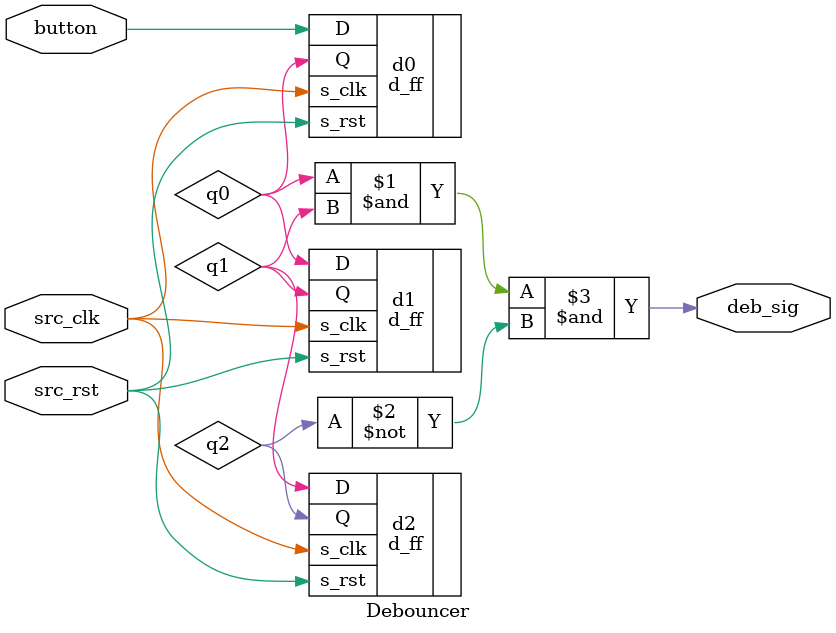
<source format=v>
`timescale 1ns / 1ps
module Debouncer(
    input button,
	 input src_rst,
	 input src_clk,
    output deb_sig
    );

wire q0, q1, q2;
d_ff d0(.D(button), .s_rst(src_rst), .s_clk(src_clk), .Q(q0));
d_ff d1(.D(q0), .s_rst(src_rst), .s_clk(src_clk), .Q(q1));
d_ff d2(.D(q1), .s_rst(src_rst), .s_clk(src_clk), .Q(q2));

assign deb_sig = q0 & q1 & ~q2;
	
endmodule

</source>
